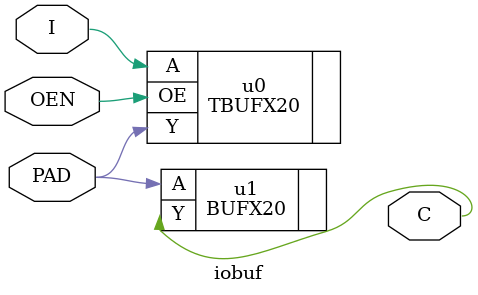
<source format=v>
module iobuf(PAD, OEN, I, C);
output  C;     
input   OEN,I; 
inout   PAD;  

TBUFX20 u0(.A(I), .Y(PAD), .OE(OEN));
BUFX20 u1(.A(PAD), .Y(C));

endmodule

</source>
